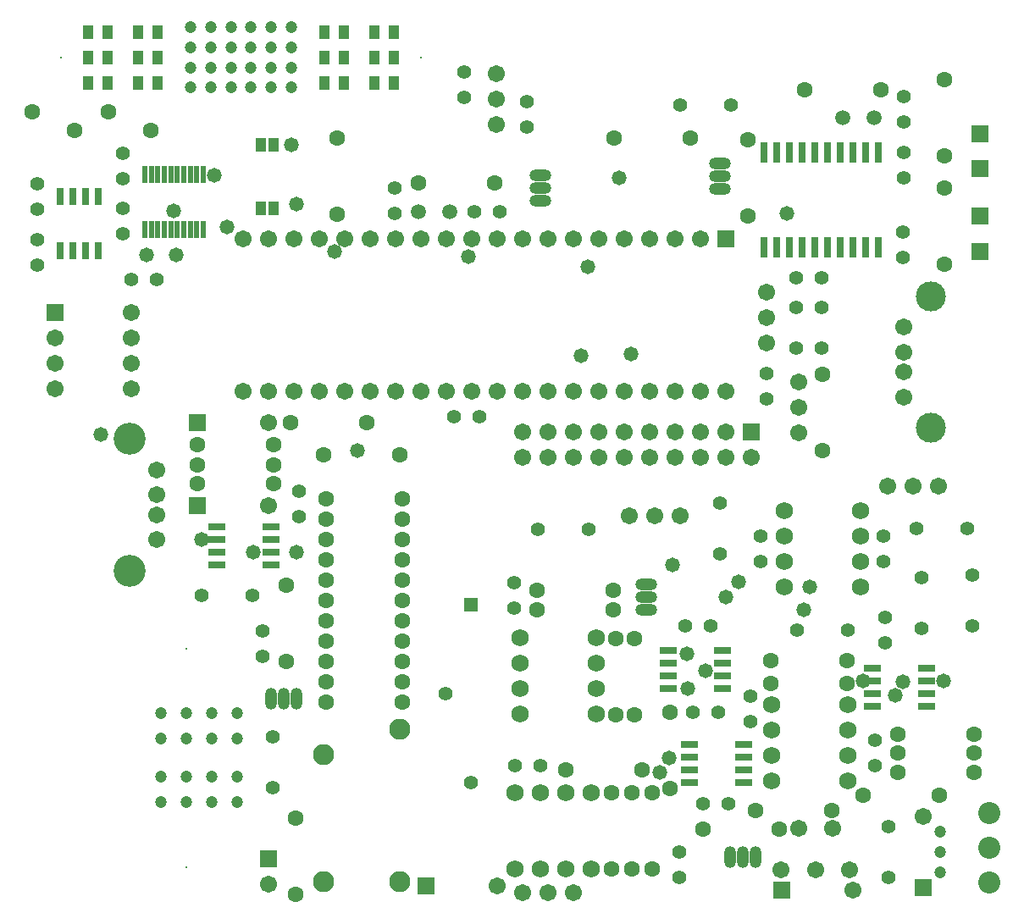
<source format=gbr>
G04 Layer_Color=8388736*
%FSLAX44Y44*%
%MOMM*%
%TF.FileFunction,Soldermask,Top*%
%TF.Part,Single*%
G01*
G75*
%TA.AperFunction,SMDPad*%
%ADD45R,1.7032X1.7032*%
%TA.AperFunction,SMDPad*%
%ADD46R,0.5832X1.7032*%
%TA.AperFunction,SMDPad*%
%ADD47R,0.8032X2.1532*%
%TA.AperFunction,SMDPad*%
%ADD48R,1.0032X1.4032*%
%TA.AperFunction,SMDPad*%
%ADD49R,1.7532X0.8032*%
%TA.AperFunction,SMDPad*%
%ADD50R,0.8032X1.7532*%
%TA.AperFunction,ViaPad*%
%ADD51C,1.4032*%
%TA.AperFunction,ViaPad*%
%ADD52C,1.7032*%
%TA.AperFunction,ViaPad*%
%ADD53C,1.6032*%
%TA.AperFunction,ViaPad*%
%ADD54O,2.2032X1.2032*%
%TA.AperFunction,ViaPad*%
%ADD55O,2.2032X1.2032*%
%TA.AperFunction,ViaPad*%
%ADD56R,1.7032X1.7032*%
%TA.AperFunction,ViaPad*%
%ADD57R,1.7032X1.7032*%
%TA.AperFunction,ViaPad*%
%ADD58C,2.2032*%
%TA.AperFunction,ViaPad*%
%ADD59C,1.7272*%
%TA.AperFunction,ViaPad*%
%ADD60C,1.2032*%
%TA.AperFunction,ViaPad*%
%ADD61O,1.2032X2.2032*%
%TA.AperFunction,ViaPad*%
%ADD62O,1.2032X2.2032*%
%TA.AperFunction,ViaPad*%
%ADD63C,1.5032*%
%TA.AperFunction,ViaPad*%
%ADD64C,2.1032*%
%TA.AperFunction,ViaPad*%
%ADD65R,1.4032X1.4032*%
%TA.AperFunction,ViaPad*%
%ADD66R,1.0032X1.4032*%
%TA.AperFunction,ViaPad*%
%ADD67C,0.2032*%
%TA.AperFunction,ViaPad*%
%ADD68C,3.2032*%
%TA.AperFunction,ViaPad*%
%ADD69C,1.4732*%
%TA.AperFunction,ViaPad*%
%ADD70C,3.0032*%
D45*
X961736Y690513D02*
D03*
Y655513D02*
D03*
Y738063D02*
D03*
Y773063D02*
D03*
D46*
X126596Y677183D02*
D03*
X133096D02*
D03*
X139596D02*
D03*
X146096D02*
D03*
X152596D02*
D03*
X159096D02*
D03*
X165596D02*
D03*
X172096D02*
D03*
X178596D02*
D03*
X185096D02*
D03*
Y732183D02*
D03*
X178596D02*
D03*
X172096D02*
D03*
X165596D02*
D03*
X159096D02*
D03*
X152596D02*
D03*
X146096D02*
D03*
X139596D02*
D03*
X133096D02*
D03*
X126596D02*
D03*
D47*
X745836Y754318D02*
D03*
X758536D02*
D03*
X771236D02*
D03*
X783936D02*
D03*
X796636D02*
D03*
X809336D02*
D03*
X822036D02*
D03*
X834736D02*
D03*
X847436D02*
D03*
X860136D02*
D03*
X745836Y659318D02*
D03*
X758536D02*
D03*
X771236D02*
D03*
X783936D02*
D03*
X796636D02*
D03*
X809336D02*
D03*
X822036D02*
D03*
X834736D02*
D03*
X847436D02*
D03*
X860136D02*
D03*
D48*
X242536Y698543D02*
D03*
X255236D02*
D03*
X242536Y761543D02*
D03*
X255236D02*
D03*
D49*
X671516Y162748D02*
D03*
Y150048D02*
D03*
Y137348D02*
D03*
Y124648D02*
D03*
X725516D02*
D03*
Y137348D02*
D03*
Y150048D02*
D03*
Y162748D02*
D03*
X854396Y238948D02*
D03*
Y226248D02*
D03*
Y213548D02*
D03*
Y200848D02*
D03*
X908396D02*
D03*
Y213548D02*
D03*
Y226248D02*
D03*
Y238948D02*
D03*
X649926Y256728D02*
D03*
Y244028D02*
D03*
Y231328D02*
D03*
Y218628D02*
D03*
X703926D02*
D03*
Y231328D02*
D03*
Y244028D02*
D03*
Y256728D02*
D03*
X199076Y379918D02*
D03*
Y367218D02*
D03*
Y354518D02*
D03*
Y341818D02*
D03*
X253076D02*
D03*
Y354518D02*
D03*
Y367218D02*
D03*
Y379918D02*
D03*
D50*
X42256Y655843D02*
D03*
X54956D02*
D03*
X67656D02*
D03*
X80356D02*
D03*
Y709843D02*
D03*
X67656D02*
D03*
X54956D02*
D03*
X42256D02*
D03*
D51*
X435610Y489820D02*
D03*
X461010D02*
D03*
X701386Y404048D02*
D03*
Y353248D02*
D03*
X113376Y627293D02*
D03*
X138776D02*
D03*
X104486Y727623D02*
D03*
Y753023D02*
D03*
Y673013D02*
D03*
Y698413D02*
D03*
X777586Y628563D02*
D03*
X802986D02*
D03*
Y558713D02*
D03*
X777586D02*
D03*
X748376Y533313D02*
D03*
Y507913D02*
D03*
X777586Y599353D02*
D03*
X802986D02*
D03*
X19396Y722543D02*
D03*
Y697143D02*
D03*
X885536Y754293D02*
D03*
Y728893D02*
D03*
X19396Y666663D02*
D03*
Y641263D02*
D03*
X870296Y80198D02*
D03*
Y29398D02*
D03*
X660746D02*
D03*
Y54798D02*
D03*
X519776Y377378D02*
D03*
X570576D02*
D03*
X954116Y280858D02*
D03*
Y331658D02*
D03*
X731866Y211008D02*
D03*
Y185608D02*
D03*
X829656Y277048D02*
D03*
X778856D02*
D03*
X700116Y194498D02*
D03*
X674716D02*
D03*
X710276Y103058D02*
D03*
X684876D02*
D03*
X856326Y166558D02*
D03*
Y141158D02*
D03*
X866486Y289748D02*
D03*
Y264348D02*
D03*
X742026Y371028D02*
D03*
Y345628D02*
D03*
X692496Y280858D02*
D03*
X667096D02*
D03*
X865216Y345628D02*
D03*
Y371028D02*
D03*
X522316Y141158D02*
D03*
X496916D02*
D03*
X903316Y278318D02*
D03*
Y329118D02*
D03*
X884266Y648883D02*
D03*
Y674283D02*
D03*
X885536Y810173D02*
D03*
Y784773D02*
D03*
X508346Y779693D02*
D03*
Y805093D02*
D03*
X446116Y834303D02*
D03*
Y808903D02*
D03*
X712816Y801283D02*
D03*
X662016D02*
D03*
X949036Y378648D02*
D03*
X898236D02*
D03*
X495646Y324038D02*
D03*
Y298638D02*
D03*
X254346Y170368D02*
D03*
Y119568D02*
D03*
X281016Y415478D02*
D03*
Y390078D02*
D03*
X452466Y124648D02*
D03*
X427066Y213548D02*
D03*
X481676Y694878D02*
D03*
X456276D02*
D03*
X376266Y719008D02*
D03*
Y693608D02*
D03*
X183226Y311338D02*
D03*
X234026D02*
D03*
X244186Y275778D02*
D03*
Y250378D02*
D03*
D52*
X504536Y13883D02*
D03*
X529936D02*
D03*
X555336D02*
D03*
D03*
X780126Y473623D02*
D03*
Y499023D02*
D03*
Y524423D02*
D03*
D03*
X682336Y668208D02*
D03*
X656936D02*
D03*
X631536D02*
D03*
X606136D02*
D03*
X580736D02*
D03*
X555336D02*
D03*
X529936D02*
D03*
X504536D02*
D03*
X479136D02*
D03*
X453736D02*
D03*
X428336D02*
D03*
X402936D02*
D03*
X377536D02*
D03*
X352136D02*
D03*
X326736D02*
D03*
X301336D02*
D03*
X275936D02*
D03*
X250536D02*
D03*
X225136D02*
D03*
X707736Y515808D02*
D03*
X682336D02*
D03*
X656936D02*
D03*
X631536D02*
D03*
X606136D02*
D03*
X580736D02*
D03*
X555336D02*
D03*
X529936D02*
D03*
X504536D02*
D03*
X479136D02*
D03*
X453736D02*
D03*
X428336D02*
D03*
X402936D02*
D03*
X377536D02*
D03*
X352136D02*
D03*
X326736D02*
D03*
X301336D02*
D03*
X275936D02*
D03*
X250536D02*
D03*
X225136D02*
D03*
X113376Y518348D02*
D03*
Y543748D02*
D03*
Y569148D02*
D03*
Y594548D02*
D03*
X37176Y518348D02*
D03*
Y543748D02*
D03*
Y569148D02*
D03*
X779906Y78338D02*
D03*
X813906D02*
D03*
D03*
X762906Y37338D02*
D03*
X796906D02*
D03*
X830906D02*
D03*
D03*
X834676Y16698D02*
D03*
X904586Y90298D02*
D03*
X885040Y579740D02*
D03*
Y509690D02*
D03*
Y534690D02*
D03*
Y554690D02*
D03*
X477866Y782233D02*
D03*
Y807633D02*
D03*
Y833033D02*
D03*
D03*
X748376Y563793D02*
D03*
Y589193D02*
D03*
Y614593D02*
D03*
D03*
X869026Y420558D02*
D03*
X894426D02*
D03*
X919826D02*
D03*
D03*
X611216Y391348D02*
D03*
X636616D02*
D03*
X662016D02*
D03*
D03*
X250536Y23048D02*
D03*
X478730Y21190D02*
D03*
X250476Y401508D02*
D03*
Y484058D02*
D03*
X504536Y449768D02*
D03*
Y475168D02*
D03*
X529936Y449768D02*
D03*
Y475168D02*
D03*
X555336Y449768D02*
D03*
Y475168D02*
D03*
X580736Y449768D02*
D03*
Y475168D02*
D03*
X606136Y449768D02*
D03*
Y475168D02*
D03*
X631536Y449768D02*
D03*
Y475168D02*
D03*
X656936Y449768D02*
D03*
Y475168D02*
D03*
X682336Y449768D02*
D03*
Y475168D02*
D03*
X707736Y449768D02*
D03*
Y475168D02*
D03*
X733136Y449768D02*
D03*
X138686Y391978D02*
D03*
Y411978D02*
D03*
Y436978D02*
D03*
Y366928D02*
D03*
D53*
X56226Y775883D02*
D03*
X132426D02*
D03*
X90516Y794933D02*
D03*
X14316D02*
D03*
X729326Y690793D02*
D03*
Y766993D02*
D03*
X804256Y532043D02*
D03*
Y455843D02*
D03*
X926176Y826683D02*
D03*
Y750483D02*
D03*
Y642533D02*
D03*
Y718733D02*
D03*
X862676Y816523D02*
D03*
X786476D02*
D03*
X921096Y111948D02*
D03*
X844896D02*
D03*
X761076Y77658D02*
D03*
X684876D02*
D03*
X752186Y246568D02*
D03*
X828386D02*
D03*
Y223708D02*
D03*
X752186D02*
D03*
X879186Y153858D02*
D03*
X955386D02*
D03*
X879186Y172908D02*
D03*
X955386D02*
D03*
X879186Y134808D02*
D03*
X955386D02*
D03*
X518506Y297368D02*
D03*
X594706D02*
D03*
X518506Y316418D02*
D03*
X594706D02*
D03*
X651856Y118298D02*
D03*
Y194498D02*
D03*
X616296Y268158D02*
D03*
Y191958D02*
D03*
X597246Y268158D02*
D03*
Y191958D02*
D03*
X623916Y137348D02*
D03*
X547716D02*
D03*
X476596Y724088D02*
D03*
X400396D02*
D03*
X813146Y96708D02*
D03*
X736946D02*
D03*
X277206Y12888D02*
D03*
Y89088D02*
D03*
X307686Y387538D02*
D03*
X383886D02*
D03*
Y407858D02*
D03*
X307686D02*
D03*
X383886Y204658D02*
D03*
X307686D02*
D03*
X383886Y224978D02*
D03*
X307686D02*
D03*
X383886Y245298D02*
D03*
X307686D02*
D03*
X383886Y265618D02*
D03*
X307686D02*
D03*
X383886Y285938D02*
D03*
X307686D02*
D03*
X383886Y306258D02*
D03*
X307686D02*
D03*
X383886Y326578D02*
D03*
X307686D02*
D03*
X383886Y346898D02*
D03*
X307686D02*
D03*
X383886Y367218D02*
D03*
X307686D02*
D03*
X268316Y245298D02*
D03*
Y321498D02*
D03*
X179416Y423098D02*
D03*
X255616D02*
D03*
X179416Y442148D02*
D03*
X255616D02*
D03*
X179416Y462468D02*
D03*
X255616D02*
D03*
X272126Y484058D02*
D03*
X348326D02*
D03*
X305146Y452308D02*
D03*
X381346D02*
D03*
X613756Y38288D02*
D03*
Y114488D02*
D03*
X593436Y38288D02*
D03*
Y114488D02*
D03*
X634076Y38288D02*
D03*
Y114488D02*
D03*
X595976Y768263D02*
D03*
X672176D02*
D03*
X319116Y692063D02*
D03*
Y768263D02*
D03*
D54*
X701386Y742863D02*
D03*
X627726Y297368D02*
D03*
X522316Y731433D02*
D03*
D55*
X701386Y730163D02*
D03*
Y717463D02*
D03*
X627726Y310068D02*
D03*
Y322768D02*
D03*
X522316Y718733D02*
D03*
Y706033D02*
D03*
D56*
X707736Y668208D02*
D03*
X904586Y19298D02*
D03*
X250536Y48448D02*
D03*
D57*
X37176Y594548D02*
D03*
X763676Y16698D02*
D03*
X407730Y21190D02*
D03*
X179476Y401508D02*
D03*
Y484058D02*
D03*
X733136Y475168D02*
D03*
D58*
X970626Y24148D02*
D03*
Y59148D02*
D03*
Y94148D02*
D03*
D59*
X829656Y125918D02*
D03*
D03*
Y151318D02*
D03*
Y176718D02*
D03*
Y202118D02*
D03*
X753456D02*
D03*
D03*
Y176718D02*
D03*
Y151318D02*
D03*
Y125918D02*
D03*
X501996Y269428D02*
D03*
D03*
Y244028D02*
D03*
Y218628D02*
D03*
Y193228D02*
D03*
X578196D02*
D03*
D03*
Y218628D02*
D03*
Y244028D02*
D03*
Y269428D02*
D03*
X842356Y320228D02*
D03*
D03*
Y345628D02*
D03*
Y371028D02*
D03*
Y396428D02*
D03*
X766156D02*
D03*
D03*
Y371028D02*
D03*
Y345628D02*
D03*
Y320228D02*
D03*
X496916Y38288D02*
D03*
D03*
X522316D02*
D03*
X547716D02*
D03*
X573116D02*
D03*
Y114488D02*
D03*
D03*
X547716D02*
D03*
X522316D02*
D03*
X496916D02*
D03*
D60*
X921986Y74798D02*
D03*
Y54798D02*
D03*
Y34798D02*
D03*
D03*
X172766Y819063D02*
D03*
Y839063D02*
D03*
Y859063D02*
D03*
Y879063D02*
D03*
X192766Y819063D02*
D03*
Y839063D02*
D03*
Y859063D02*
D03*
Y879063D02*
D03*
X212766Y819063D02*
D03*
Y839063D02*
D03*
Y859063D02*
D03*
Y879063D02*
D03*
X232766Y819063D02*
D03*
Y839063D02*
D03*
Y859063D02*
D03*
Y879063D02*
D03*
X252766Y819063D02*
D03*
Y839063D02*
D03*
Y859063D02*
D03*
Y879063D02*
D03*
X272766Y819063D02*
D03*
Y839063D02*
D03*
Y859063D02*
D03*
Y879063D02*
D03*
X168096Y167858D02*
D03*
X218896Y193258D02*
D03*
Y167858D02*
D03*
X193496Y193258D02*
D03*
Y167858D02*
D03*
X168096Y193258D02*
D03*
X142696D02*
D03*
Y167858D02*
D03*
Y104358D02*
D03*
Y129758D02*
D03*
X168096D02*
D03*
Y104358D02*
D03*
X193496D02*
D03*
Y129758D02*
D03*
X218896Y104358D02*
D03*
Y129758D02*
D03*
D61*
X711546Y49718D02*
D03*
X278476Y208468D02*
D03*
D62*
X724246Y49718D02*
D03*
X736946D02*
D03*
X253076Y208468D02*
D03*
X265776D02*
D03*
D63*
X824316Y788583D02*
D03*
X855316D02*
D03*
X400136Y694878D02*
D03*
X431136D02*
D03*
D64*
X381496Y177608D02*
D03*
X305496Y152208D02*
D03*
Y25208D02*
D03*
X381496D02*
D03*
D65*
X452466Y302448D02*
D03*
D66*
X375266Y823563D02*
D03*
X356466D02*
D03*
Y848963D02*
D03*
X375266D02*
D03*
Y874363D02*
D03*
X356466D02*
D03*
X70266Y823563D02*
D03*
X89066D02*
D03*
Y848963D02*
D03*
X70266D02*
D03*
X89066Y874363D02*
D03*
X70266D02*
D03*
X120266D02*
D03*
X139066D02*
D03*
X120266Y848963D02*
D03*
X139066D02*
D03*
Y823563D02*
D03*
X120266D02*
D03*
X306466Y874363D02*
D03*
X325266D02*
D03*
Y848963D02*
D03*
X306466D02*
D03*
Y823563D02*
D03*
X325266D02*
D03*
D67*
X402966Y848963D02*
D03*
X42566D02*
D03*
X168096Y258358D02*
D03*
Y39258D02*
D03*
D03*
D68*
X111586Y467778D02*
D03*
Y336178D02*
D03*
D69*
X641350Y134220D02*
D03*
X195926Y731433D02*
D03*
X791556Y319953D02*
D03*
X785206Y297093D02*
D03*
X654396Y341543D02*
D03*
X128616Y651423D02*
D03*
X768696Y693333D02*
D03*
X650586Y148503D02*
D03*
X562956Y551368D02*
D03*
X612486Y552638D02*
D03*
X877258Y211198D02*
D03*
X924906Y226248D02*
D03*
X844896D02*
D03*
X669636Y218628D02*
D03*
X278476Y354518D02*
D03*
X235296D02*
D03*
X183226Y367218D02*
D03*
X687416Y236408D02*
D03*
X668366Y252918D02*
D03*
X884266Y224978D02*
D03*
X720436Y325308D02*
D03*
X707736Y310068D02*
D03*
X339436Y456118D02*
D03*
X82896Y472628D02*
D03*
X157826Y651423D02*
D03*
X155286Y695873D02*
D03*
X449926Y650153D02*
D03*
X569306Y639993D02*
D03*
X316576Y655233D02*
D03*
X208626Y679363D02*
D03*
X601056Y728893D02*
D03*
X278476Y702223D02*
D03*
X273396Y761913D02*
D03*
D70*
X912140Y610490D02*
D03*
Y478890D02*
D03*
%TF.MD5,759CFAC8233DC5A367B39193EC879067*%
M02*

</source>
